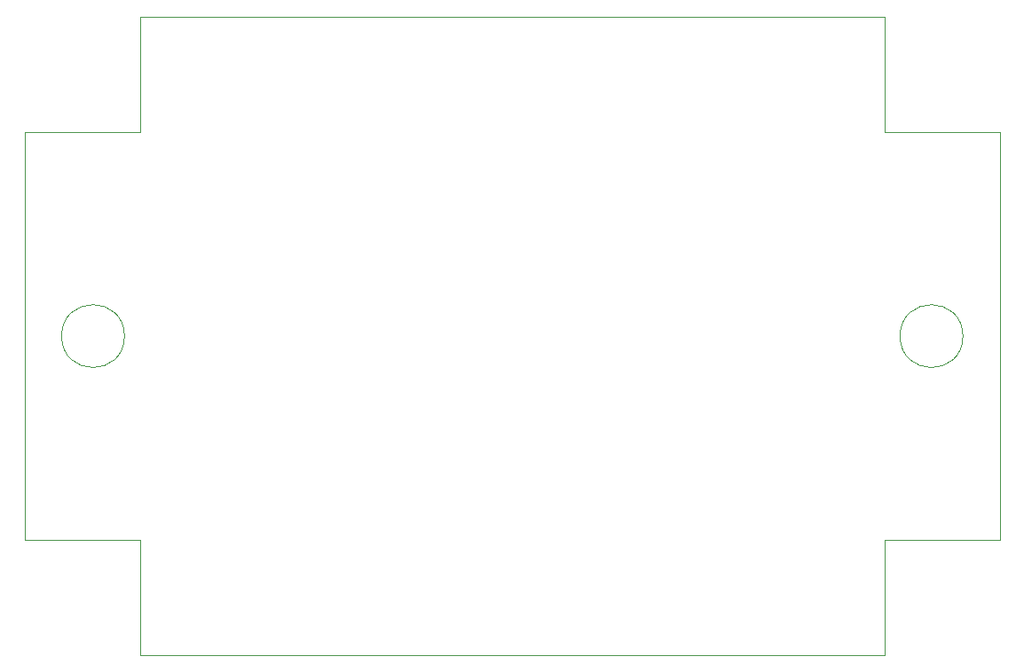
<source format=gbr>
%TF.GenerationSoftware,KiCad,Pcbnew,(6.0.5)*%
%TF.CreationDate,2022-06-07T20:50:39+02:00*%
%TF.ProjectId,ESP32-LoRA-ADIO,45535033-322d-44c6-9f52-412d4144494f,rev?*%
%TF.SameCoordinates,Original*%
%TF.FileFunction,Profile,NP*%
%FSLAX46Y46*%
G04 Gerber Fmt 4.6, Leading zero omitted, Abs format (unit mm)*
G04 Created by KiCad (PCBNEW (6.0.5)) date 2022-06-07 20:50:39*
%MOMM*%
%LPD*%
G01*
G04 APERTURE LIST*
%TA.AperFunction,Profile*%
%ADD10C,0.100000*%
%TD*%
G04 APERTURE END LIST*
D10*
X123500000Y-56500000D02*
G75*
G03*
X123500000Y-56500000I-3000000J0D01*
G01*
X203500000Y-56500000D02*
G75*
G03*
X203500000Y-56500000I-3000000J0D01*
G01*
X196000000Y-37000000D02*
X207000000Y-37000000D01*
X207000000Y-76000000D01*
X196000000Y-76000000D01*
X196000000Y-87000000D01*
X125000000Y-87000000D01*
X125000000Y-76000000D01*
X114000000Y-76000000D01*
X114000000Y-37000000D01*
X125000000Y-37000000D01*
X125000000Y-26000000D01*
X196000000Y-26000000D01*
X196000000Y-37000000D01*
M02*

</source>
